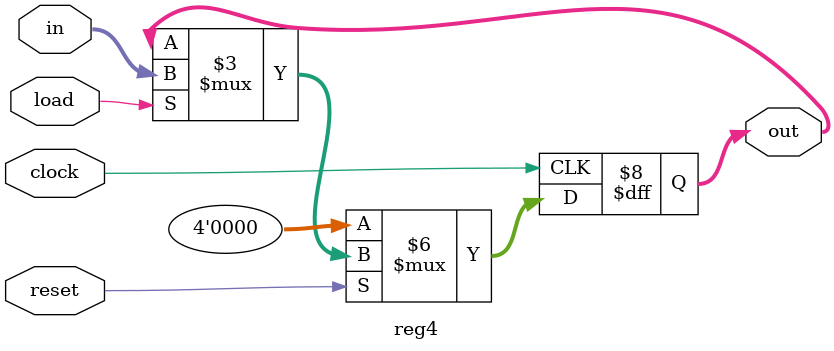
<source format=sv>
module datapath(slow_clock, fast_clock, resetb,
	load_pcard1, load_pcard2, load_pcard3,
	load_dcard1, load_dcard2, load_dcard3,
	pcard3_out, pscore_out, dscore_out,
	HEX5, HEX4, HEX3, HEX2, HEX1, HEX0);

	input logic slow_clock, fast_clock, resetb,
		load_pcard1, load_pcard2, load_pcard3,
		load_dcard1, load_dcard2, load_dcard3;
	output logic [3:0] pcard3_out, pscore_out, dscore_out;
	output logic [6:0] HEX0, HEX1, HEX2, HEX3, HEX4, HEX5;

	logic [3:0] new_card, pcard1, pcard2, pcard3, dcard1, dcard2, dcard3;

	assign pcard3_out = pcard3;

	reg4 PCard1(new_card, load_pcard1, slow_clock, resetb, pcard1);
	reg4 PCard2(new_card, load_pcard2, slow_clock, resetb, pcard2);
	reg4 PCard3(new_card, load_pcard3, slow_clock, resetb, pcard3);
	reg4 DCard1(new_card, load_dcard1, slow_clock, resetb, dcard1);
	reg4 DCard2(new_card, load_dcard2, slow_clock, resetb, dcard2);
	reg4 DCard3(new_card, load_dcard3, slow_clock, resetb, dcard3);

	dealcard U0(fast_clock, resetb, new_card);

	scorehand U1(pcard1, pcard2, pcard3, pscore_out);
	scorehand U2(dcard1, dcard2, dcard3, dscore_out);

	card7seg U3(pcard1, HEX0);
	card7seg U4(pcard2, HEX1);
	card7seg U5(pcard3, HEX2);
	card7seg U6(dcard1, HEX3);
	card7seg U7(dcard2, HEX4);
	card7seg U8(dcard3, HEX5);
endmodule: datapath

module reg4(in, load, clock, reset, out);
	input logic [3:0] in;
	input logic load, clock, reset;
	output logic [3:0] out;

	always_ff @(posedge clock)
		if (~reset) out <= 4'b0;
		else if (load) out <= in;
endmodule: reg4

</source>
